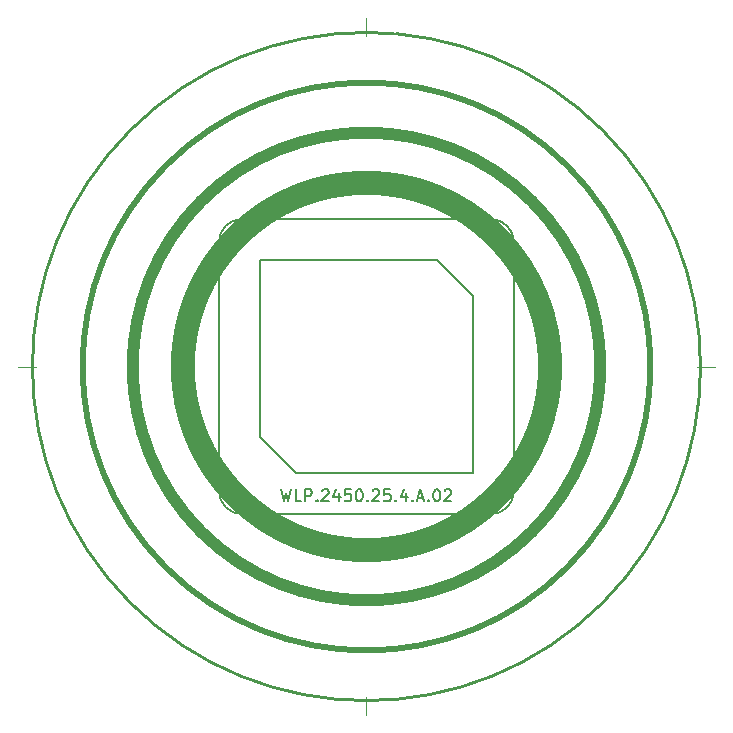
<source format=gto>
G04 (created by PCBNEW (2013-jul-07)-stable) date Sun 14 Sep 2014 12:52:21 PM EDT*
%MOIN*%
G04 Gerber Fmt 3.4, Leading zero omitted, Abs format*
%FSLAX34Y34*%
G01*
G70*
G90*
G04 APERTURE LIST*
%ADD10C,0.00590551*%
%ADD11C,0.00393701*%
%ADD12C,0.00984252*%
%ADD13C,0.0787402*%
%ADD14C,0.019685*%
%ADD15C,0.0393701*%
G04 APERTURE END LIST*
G54D10*
G54D11*
X118110Y-57283D02*
X118110Y-57874D01*
X106496Y-68897D02*
X107086Y-68897D01*
X118110Y-80511D02*
X118110Y-79921D01*
X129724Y-68897D02*
X129133Y-68897D01*
G54D12*
X125984Y-61023D02*
G75*
G03X125984Y-61023I-7874J-7874D01*
G74*
G01*
G54D13*
X122440Y-64566D02*
G75*
G03X122440Y-64566I-4330J-4330D01*
G74*
G01*
G54D14*
X124803Y-62204D02*
G75*
G03X124803Y-62204I-6692J-6692D01*
G74*
G01*
G54D15*
X123622Y-63385D02*
G75*
G03X123622Y-63385I-5511J-5511D01*
G74*
G01*
G54D10*
X114566Y-65354D02*
X120472Y-65354D01*
X120472Y-65354D02*
X121653Y-66535D01*
X121653Y-66535D02*
X121653Y-72440D01*
X121653Y-72440D02*
X115748Y-72440D01*
X115748Y-72440D02*
X114566Y-71259D01*
X114566Y-71259D02*
X114566Y-65354D01*
X113188Y-73031D02*
X113188Y-64763D01*
X122244Y-73818D02*
X113976Y-73818D01*
X123031Y-64763D02*
X123031Y-73031D01*
X113976Y-63976D02*
X122244Y-63976D01*
X113976Y-63976D02*
G75*
G03X113188Y-64763I0J-787D01*
G74*
G01*
X113188Y-73031D02*
G75*
G03X113976Y-73818I787J0D01*
G74*
G01*
X122244Y-73818D02*
G75*
G03X123031Y-73031I0J787D01*
G74*
G01*
X123031Y-64763D02*
G75*
G03X122244Y-63976I-787J0D01*
G74*
G01*
X115260Y-72994D02*
X115354Y-73387D01*
X115429Y-73106D01*
X115504Y-73387D01*
X115598Y-72994D01*
X115935Y-73387D02*
X115748Y-73387D01*
X115748Y-72994D01*
X116066Y-73387D02*
X116066Y-72994D01*
X116216Y-72994D01*
X116254Y-73012D01*
X116272Y-73031D01*
X116291Y-73068D01*
X116291Y-73125D01*
X116272Y-73162D01*
X116254Y-73181D01*
X116216Y-73200D01*
X116066Y-73200D01*
X116460Y-73350D02*
X116479Y-73368D01*
X116460Y-73387D01*
X116441Y-73368D01*
X116460Y-73350D01*
X116460Y-73387D01*
X116629Y-73031D02*
X116647Y-73012D01*
X116685Y-72994D01*
X116779Y-72994D01*
X116816Y-73012D01*
X116835Y-73031D01*
X116854Y-73068D01*
X116854Y-73106D01*
X116835Y-73162D01*
X116610Y-73387D01*
X116854Y-73387D01*
X117191Y-73125D02*
X117191Y-73387D01*
X117097Y-72975D02*
X117004Y-73256D01*
X117247Y-73256D01*
X117585Y-72994D02*
X117397Y-72994D01*
X117379Y-73181D01*
X117397Y-73162D01*
X117435Y-73143D01*
X117529Y-73143D01*
X117566Y-73162D01*
X117585Y-73181D01*
X117604Y-73218D01*
X117604Y-73312D01*
X117585Y-73350D01*
X117566Y-73368D01*
X117529Y-73387D01*
X117435Y-73387D01*
X117397Y-73368D01*
X117379Y-73350D01*
X117847Y-72994D02*
X117885Y-72994D01*
X117922Y-73012D01*
X117941Y-73031D01*
X117960Y-73068D01*
X117979Y-73143D01*
X117979Y-73237D01*
X117960Y-73312D01*
X117941Y-73350D01*
X117922Y-73368D01*
X117885Y-73387D01*
X117847Y-73387D01*
X117810Y-73368D01*
X117791Y-73350D01*
X117772Y-73312D01*
X117754Y-73237D01*
X117754Y-73143D01*
X117772Y-73068D01*
X117791Y-73031D01*
X117810Y-73012D01*
X117847Y-72994D01*
X118147Y-73350D02*
X118166Y-73368D01*
X118147Y-73387D01*
X118128Y-73368D01*
X118147Y-73350D01*
X118147Y-73387D01*
X118316Y-73031D02*
X118335Y-73012D01*
X118372Y-72994D01*
X118466Y-72994D01*
X118503Y-73012D01*
X118522Y-73031D01*
X118541Y-73068D01*
X118541Y-73106D01*
X118522Y-73162D01*
X118297Y-73387D01*
X118541Y-73387D01*
X118897Y-72994D02*
X118710Y-72994D01*
X118691Y-73181D01*
X118710Y-73162D01*
X118747Y-73143D01*
X118841Y-73143D01*
X118878Y-73162D01*
X118897Y-73181D01*
X118916Y-73218D01*
X118916Y-73312D01*
X118897Y-73350D01*
X118878Y-73368D01*
X118841Y-73387D01*
X118747Y-73387D01*
X118710Y-73368D01*
X118691Y-73350D01*
X119085Y-73350D02*
X119103Y-73368D01*
X119085Y-73387D01*
X119066Y-73368D01*
X119085Y-73350D01*
X119085Y-73387D01*
X119441Y-73125D02*
X119441Y-73387D01*
X119347Y-72975D02*
X119253Y-73256D01*
X119497Y-73256D01*
X119647Y-73350D02*
X119666Y-73368D01*
X119647Y-73387D01*
X119628Y-73368D01*
X119647Y-73350D01*
X119647Y-73387D01*
X119816Y-73275D02*
X120003Y-73275D01*
X119778Y-73387D02*
X119910Y-72994D01*
X120041Y-73387D01*
X120172Y-73350D02*
X120191Y-73368D01*
X120172Y-73387D01*
X120153Y-73368D01*
X120172Y-73350D01*
X120172Y-73387D01*
X120434Y-72994D02*
X120472Y-72994D01*
X120509Y-73012D01*
X120528Y-73031D01*
X120547Y-73068D01*
X120566Y-73143D01*
X120566Y-73237D01*
X120547Y-73312D01*
X120528Y-73350D01*
X120509Y-73368D01*
X120472Y-73387D01*
X120434Y-73387D01*
X120397Y-73368D01*
X120378Y-73350D01*
X120359Y-73312D01*
X120341Y-73237D01*
X120341Y-73143D01*
X120359Y-73068D01*
X120378Y-73031D01*
X120397Y-73012D01*
X120434Y-72994D01*
X120716Y-73031D02*
X120734Y-73012D01*
X120772Y-72994D01*
X120866Y-72994D01*
X120903Y-73012D01*
X120922Y-73031D01*
X120941Y-73068D01*
X120941Y-73106D01*
X120922Y-73162D01*
X120697Y-73387D01*
X120941Y-73387D01*
M02*

</source>
